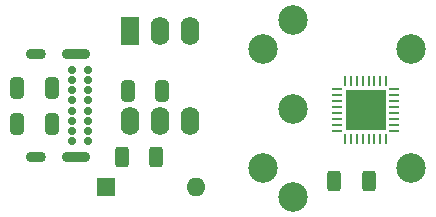
<source format=gbr>
%TF.GenerationSoftware,KiCad,Pcbnew,7.0.10*%
%TF.CreationDate,2024-10-22T16:46:23+13:00*%
%TF.ProjectId,MIDI_To_USB,4d494449-5f54-46f5-9f55-53422e6b6963,rev?*%
%TF.SameCoordinates,Original*%
%TF.FileFunction,Soldermask,Top*%
%TF.FilePolarity,Negative*%
%FSLAX46Y46*%
G04 Gerber Fmt 4.6, Leading zero omitted, Abs format (unit mm)*
G04 Created by KiCad (PCBNEW 7.0.10) date 2024-10-22 16:46:23*
%MOMM*%
%LPD*%
G01*
G04 APERTURE LIST*
G04 Aperture macros list*
%AMRoundRect*
0 Rectangle with rounded corners*
0 $1 Rounding radius*
0 $2 $3 $4 $5 $6 $7 $8 $9 X,Y pos of 4 corners*
0 Add a 4 corners polygon primitive as box body*
4,1,4,$2,$3,$4,$5,$6,$7,$8,$9,$2,$3,0*
0 Add four circle primitives for the rounded corners*
1,1,$1+$1,$2,$3*
1,1,$1+$1,$4,$5*
1,1,$1+$1,$6,$7*
1,1,$1+$1,$8,$9*
0 Add four rect primitives between the rounded corners*
20,1,$1+$1,$2,$3,$4,$5,0*
20,1,$1+$1,$4,$5,$6,$7,0*
20,1,$1+$1,$6,$7,$8,$9,0*
20,1,$1+$1,$8,$9,$2,$3,0*%
G04 Aperture macros list end*
%ADD10RoundRect,0.250000X0.325000X0.650000X-0.325000X0.650000X-0.325000X-0.650000X0.325000X-0.650000X0*%
%ADD11RoundRect,0.250000X-0.325000X-0.650000X0.325000X-0.650000X0.325000X0.650000X-0.325000X0.650000X0*%
%ADD12RoundRect,0.250000X0.312500X0.625000X-0.312500X0.625000X-0.312500X-0.625000X0.312500X-0.625000X0*%
%ADD13O,1.600000X2.400000*%
%ADD14R,1.600000X2.400000*%
%ADD15RoundRect,0.062500X-0.062500X0.375000X-0.062500X-0.375000X0.062500X-0.375000X0.062500X0.375000X0*%
%ADD16RoundRect,0.062500X-0.375000X0.062500X-0.375000X-0.062500X0.375000X-0.062500X0.375000X0.062500X0*%
%ADD17R,3.450000X3.450000*%
%ADD18C,0.700000*%
%ADD19O,1.700000X0.900000*%
%ADD20O,2.400000X0.900000*%
%ADD21C,2.499360*%
%ADD22R,1.600000X1.600000*%
%ADD23O,1.600000X1.600000*%
G04 APERTURE END LIST*
D10*
%TO.C,C3*%
X138525000Y-91440000D03*
X141475000Y-91440000D03*
%TD*%
D11*
%TO.C,C2*%
X138525000Y-88392000D03*
X141475000Y-88392000D03*
%TD*%
%TO.C,C1*%
X147877000Y-88646000D03*
X150827000Y-88646000D03*
%TD*%
D12*
%TO.C,R1*%
X147381500Y-94234000D03*
X150306500Y-94234000D03*
%TD*%
D13*
%TO.C,U1*%
X148072000Y-91245500D03*
X150612000Y-91245500D03*
X153152000Y-91245500D03*
X153152000Y-83625500D03*
X150612000Y-83625500D03*
D14*
X148072000Y-83625500D03*
%TD*%
D15*
%TO.C,U3*%
X169773000Y-87857500D03*
X169273000Y-87857500D03*
X168773000Y-87857500D03*
X168273000Y-87857500D03*
X167773000Y-87857500D03*
X167273000Y-87857500D03*
X166773000Y-87857500D03*
X166273000Y-87857500D03*
D16*
X165585500Y-88545000D03*
X165585500Y-89045000D03*
X165585500Y-89545000D03*
X165585500Y-90045000D03*
X165585500Y-90545000D03*
X165585500Y-91045000D03*
X165585500Y-91545000D03*
X165585500Y-92045000D03*
D15*
X166273000Y-92732500D03*
X166773000Y-92732500D03*
X167273000Y-92732500D03*
X167773000Y-92732500D03*
X168273000Y-92732500D03*
X168773000Y-92732500D03*
X169273000Y-92732500D03*
X169773000Y-92732500D03*
D16*
X170460500Y-92045000D03*
X170460500Y-91545000D03*
X170460500Y-91045000D03*
X170460500Y-90545000D03*
X170460500Y-90045000D03*
X170460500Y-89545000D03*
X170460500Y-89045000D03*
X170460500Y-88545000D03*
D17*
X168023000Y-90295000D03*
%TD*%
D12*
%TO.C,R2*%
X168279000Y-96266000D03*
X165354000Y-96266000D03*
%TD*%
D18*
%TO.C,P1*%
X144487000Y-92891000D03*
X144487000Y-92041000D03*
X144487000Y-91191000D03*
X144487000Y-90341000D03*
X144487000Y-89491000D03*
X144487000Y-88641000D03*
X144487000Y-87791000D03*
X144487000Y-86941000D03*
X143137000Y-86941000D03*
X143137000Y-87791000D03*
X143137000Y-88641000D03*
X143137000Y-89491000D03*
X143137000Y-90341000D03*
X143137000Y-91191000D03*
X143137000Y-92041000D03*
X143137000Y-92891000D03*
D19*
X140127000Y-85591000D03*
X140127000Y-94241000D03*
D20*
X143507000Y-85591000D03*
X143507000Y-94241000D03*
%TD*%
D21*
%TO.C,J1*%
X171843700Y-85168740D03*
X171843700Y-95171260D03*
X159346900Y-85173820D03*
X161848800Y-97668080D03*
X161846260Y-90170000D03*
X159346900Y-95166180D03*
X161848800Y-82671920D03*
%TD*%
D22*
%TO.C,D1*%
X146050000Y-96774000D03*
D23*
X153670000Y-96774000D03*
%TD*%
M02*

</source>
